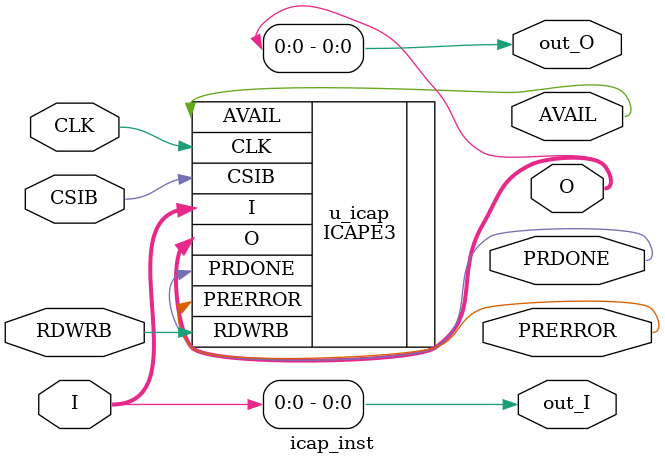
<source format=v>
`timescale 1ns / 1ps


module icap_inst(
    input CLK,
    output out_I,
    output out_O,
//    output out_clk,
  (* X_INTERFACE_INFO = "xilinx.com:interface:icap:1.0 ICAP avail" *)   output        AVAIL,
  (* X_INTERFACE_INFO = "xilinx.com:interface:icap:1.0 ICAP o" *)       output [31:0] O,
  (* X_INTERFACE_INFO = "xilinx.com:interface:icap:1.0 ICAP prdone" *)  output        PRDONE,
  (* X_INTERFACE_INFO = "xilinx.com:interface:icap:1.0 ICAP prerror" *) output        PRERROR,
  (* X_INTERFACE_INFO = "xilinx.com:interface:icap:1.0 ICAP csib" *)    input         CSIB,
  (* X_INTERFACE_INFO = "xilinx.com:interface:icap:1.0 ICAP i" *)       input [31:0]  I,
  (* X_INTERFACE_INFO = "xilinx.com:interface:icap:1.0 ICAP rdwrb" *)   input         RDWRB
  );

   ICAPE3 u_icap (
      .AVAIL(AVAIL),          // 1-bit output: Availability status of ICAP
      .O(O),                  // 32-bit output: Configuration data output bus
      .PRDONE(PRDONE),        // 1-bit output: Indicates completion of Dynamic Function eXchange
      .PRERROR(PRERROR),      // 1-bit output: Indicates Error during Dynamic Function eXchange
      .CLK(CLK),              // 1-bit input: Clock input
      .CSIB(CSIB),            // 1-bit input: Active-Low ICAP enable
      .I(I),  // 32-bit input: Configuration data input bus
      .RDWRB(RDWRB)           // 1-bit input: Read/Write Select input
   );

assign out_I = I;
assign out_O = O;
//ssign out_clk = CLK;
endmodule






/*
FOR TESTING

KEY (128)
2b7e151628aed2a6abf7158809cf4f3c

IV
000102030405060708090a0b0c0d0e0f

plain
6bc1bee22e409f96e93d7e117393172a
ae2d8a571e03ac9c9eb76fac45af8e51
30c81c46a35ce411e5fbc1191a0a52ef
f69f2445df4f9b17ad2b417be66c3710

result (cypher)
7a	df	a1	d1	61	b9	1d	d1	c2	bb	32	d2	82	a2	29	dc
6f	af	50	68	27	14	3c	20	b1	16	d1	a1	de	0d	bf	ed
ad	7a	43	09	dc	59	ec	2c	55	70	ef	ad	58	1c	34	d6
f3	de	63	83	7c	ef	c6	62	b3	59	d8	41	56	b9	96	af

*/





/*
IN verilog

      nist_aes128_key = 256'h2b7e151628aed2a6abf7158809cf4f3c00000000000000000000000000000000;

      nist_plaintext0 = 128'h6bc1bee22e409f96e93d7e117393172a;
      nist_plaintext1 = 128'hae2d8a571e03ac9c9eb76fac45af8e51;
      nist_plaintext2 = 128'h30c81c46a35ce411e5fbc1191a0a52ef;
      nist_plaintext3 = 128'hf69f2445df4f9b17ad2b417be66c3710;

      nist_iv = 128'h000102030405060708090a0b0c0d0e0f;

      nist_cbc_128_enc_expected0 = 128'h7649abac8119b246cee98e9b12e9197d;
      nist_cbc_128_enc_expected1 = 128'h5086cb9b507219ee95db113a917678b2;
      nist_cbc_128_enc_expected2 = 128'h73bed6b8e3c1743b7116e69e22229516;
      nist_cbc_128_enc_expected3 = 128'h3ff1caa1681fac09120eca307586e1a7;

*/
</source>
